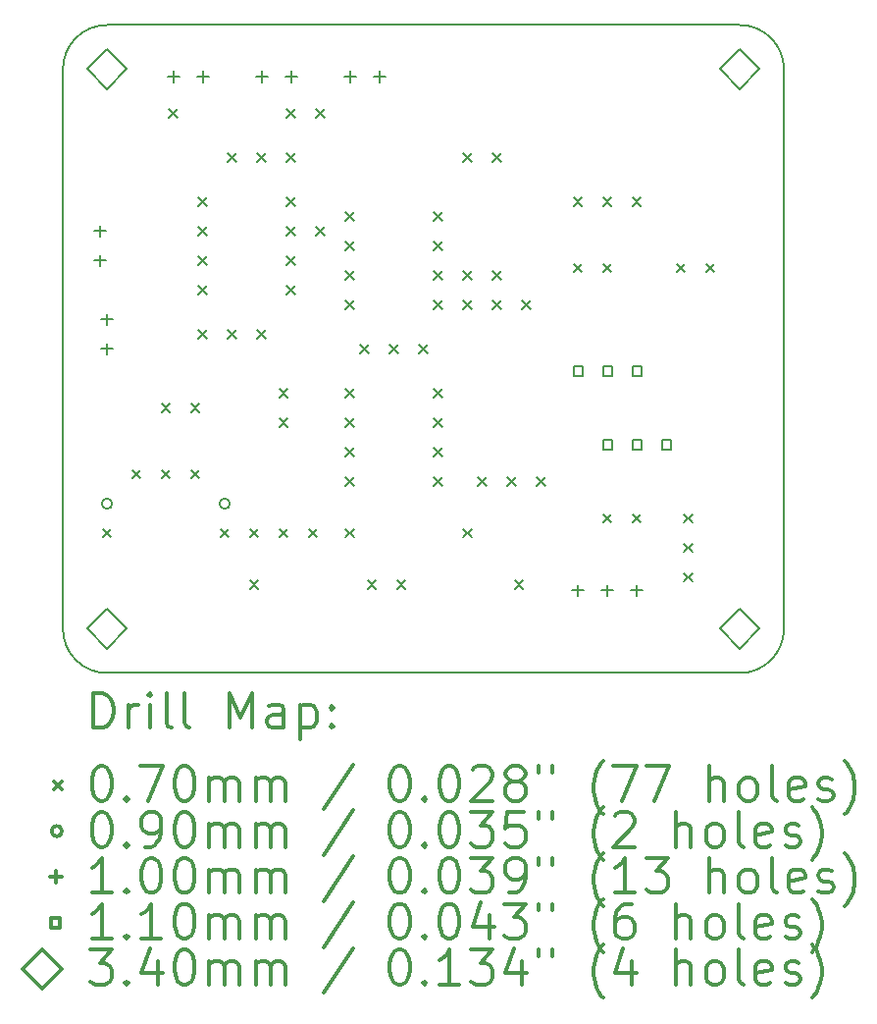
<source format=gbr>
%FSLAX45Y45*%
G04 Gerber Fmt 4.5, Leading zero omitted, Abs format (unit mm)*
G04 Created by KiCad (PCBNEW 4.0.1-stable) date 04/27/17 14:33:27*
%MOMM*%
G01*
G04 APERTURE LIST*
%ADD10C,0.127000*%
%ADD11C,0.150000*%
%ADD12C,0.200000*%
%ADD13C,0.300000*%
G04 APERTURE END LIST*
D10*
D11*
X20066000Y-11049000D02*
G75*
G03X20447000Y-10668000I0J381000D01*
G01*
X20447000Y-5842000D02*
G75*
G03X20066000Y-5461000I-381000J0D01*
G01*
X14605000Y-5461000D02*
G75*
G03X14224000Y-5842000I0J-381000D01*
G01*
X14224000Y-10668000D02*
G75*
G03X14605000Y-11049000I381000J0D01*
G01*
X14224000Y-5842000D02*
X14224000Y-10668000D01*
X20447000Y-10668000D02*
X20447000Y-5842000D01*
X20066000Y-11049000D02*
X14605000Y-11049000D01*
X20066000Y-5461000D02*
X14605000Y-5461000D01*
D12*
X14570000Y-9807500D02*
X14640000Y-9877500D01*
X14640000Y-9807500D02*
X14570000Y-9877500D01*
X14824000Y-9299500D02*
X14894000Y-9369500D01*
X14894000Y-9299500D02*
X14824000Y-9369500D01*
X15078000Y-8728000D02*
X15148000Y-8798000D01*
X15148000Y-8728000D02*
X15078000Y-8798000D01*
X15078000Y-9299500D02*
X15148000Y-9369500D01*
X15148000Y-9299500D02*
X15078000Y-9369500D01*
X15141500Y-6188000D02*
X15211500Y-6258000D01*
X15211500Y-6188000D02*
X15141500Y-6258000D01*
X15332000Y-8728000D02*
X15402000Y-8798000D01*
X15402000Y-8728000D02*
X15332000Y-8798000D01*
X15332000Y-9299500D02*
X15402000Y-9369500D01*
X15402000Y-9299500D02*
X15332000Y-9369500D01*
X15395500Y-6950000D02*
X15465500Y-7020000D01*
X15465500Y-6950000D02*
X15395500Y-7020000D01*
X15395500Y-7204000D02*
X15465500Y-7274000D01*
X15465500Y-7204000D02*
X15395500Y-7274000D01*
X15395500Y-7458000D02*
X15465500Y-7528000D01*
X15465500Y-7458000D02*
X15395500Y-7528000D01*
X15395500Y-7712000D02*
X15465500Y-7782000D01*
X15465500Y-7712000D02*
X15395500Y-7782000D01*
X15395500Y-8093000D02*
X15465500Y-8163000D01*
X15465500Y-8093000D02*
X15395500Y-8163000D01*
X15586000Y-9807500D02*
X15656000Y-9877500D01*
X15656000Y-9807500D02*
X15586000Y-9877500D01*
X15649500Y-6569000D02*
X15719500Y-6639000D01*
X15719500Y-6569000D02*
X15649500Y-6639000D01*
X15649500Y-8093000D02*
X15719500Y-8163000D01*
X15719500Y-8093000D02*
X15649500Y-8163000D01*
X15840000Y-9807500D02*
X15910000Y-9877500D01*
X15910000Y-9807500D02*
X15840000Y-9877500D01*
X15840052Y-10251746D02*
X15910052Y-10321746D01*
X15910052Y-10251746D02*
X15840052Y-10321746D01*
X15903500Y-6569000D02*
X15973500Y-6639000D01*
X15973500Y-6569000D02*
X15903500Y-6639000D01*
X15903500Y-8093000D02*
X15973500Y-8163000D01*
X15973500Y-8093000D02*
X15903500Y-8163000D01*
X16094000Y-8601000D02*
X16164000Y-8671000D01*
X16164000Y-8601000D02*
X16094000Y-8671000D01*
X16094000Y-8855000D02*
X16164000Y-8925000D01*
X16164000Y-8855000D02*
X16094000Y-8925000D01*
X16094000Y-9807500D02*
X16164000Y-9877500D01*
X16164000Y-9807500D02*
X16094000Y-9877500D01*
X16157500Y-6188000D02*
X16227500Y-6258000D01*
X16227500Y-6188000D02*
X16157500Y-6258000D01*
X16157500Y-6569000D02*
X16227500Y-6639000D01*
X16227500Y-6569000D02*
X16157500Y-6639000D01*
X16157500Y-6950000D02*
X16227500Y-7020000D01*
X16227500Y-6950000D02*
X16157500Y-7020000D01*
X16157500Y-7204000D02*
X16227500Y-7274000D01*
X16227500Y-7204000D02*
X16157500Y-7274000D01*
X16157500Y-7458000D02*
X16227500Y-7528000D01*
X16227500Y-7458000D02*
X16157500Y-7528000D01*
X16157500Y-7712000D02*
X16227500Y-7782000D01*
X16227500Y-7712000D02*
X16157500Y-7782000D01*
X16348000Y-9807500D02*
X16418000Y-9877500D01*
X16418000Y-9807500D02*
X16348000Y-9877500D01*
X16411500Y-6188000D02*
X16481500Y-6258000D01*
X16481500Y-6188000D02*
X16411500Y-6258000D01*
X16411500Y-7204000D02*
X16481500Y-7274000D01*
X16481500Y-7204000D02*
X16411500Y-7274000D01*
X16665500Y-7077000D02*
X16735500Y-7147000D01*
X16735500Y-7077000D02*
X16665500Y-7147000D01*
X16665500Y-7331000D02*
X16735500Y-7401000D01*
X16735500Y-7331000D02*
X16665500Y-7401000D01*
X16665500Y-7585000D02*
X16735500Y-7655000D01*
X16735500Y-7585000D02*
X16665500Y-7655000D01*
X16665500Y-7839000D02*
X16735500Y-7909000D01*
X16735500Y-7839000D02*
X16665500Y-7909000D01*
X16665500Y-8601000D02*
X16735500Y-8671000D01*
X16735500Y-8601000D02*
X16665500Y-8671000D01*
X16665500Y-8855000D02*
X16735500Y-8925000D01*
X16735500Y-8855000D02*
X16665500Y-8925000D01*
X16665500Y-9109000D02*
X16735500Y-9179000D01*
X16735500Y-9109000D02*
X16665500Y-9179000D01*
X16665500Y-9363000D02*
X16735500Y-9433000D01*
X16735500Y-9363000D02*
X16665500Y-9433000D01*
X16665500Y-9807500D02*
X16735500Y-9877500D01*
X16735500Y-9807500D02*
X16665500Y-9877500D01*
X16792500Y-8220000D02*
X16862500Y-8290000D01*
X16862500Y-8220000D02*
X16792500Y-8290000D01*
X16856000Y-10252000D02*
X16926000Y-10322000D01*
X16926000Y-10252000D02*
X16856000Y-10322000D01*
X17046500Y-8220000D02*
X17116500Y-8290000D01*
X17116500Y-8220000D02*
X17046500Y-8290000D01*
X17110052Y-10251746D02*
X17180052Y-10321746D01*
X17180052Y-10251746D02*
X17110052Y-10321746D01*
X17300500Y-8220000D02*
X17370500Y-8290000D01*
X17370500Y-8220000D02*
X17300500Y-8290000D01*
X17427500Y-7077000D02*
X17497500Y-7147000D01*
X17497500Y-7077000D02*
X17427500Y-7147000D01*
X17427500Y-7331000D02*
X17497500Y-7401000D01*
X17497500Y-7331000D02*
X17427500Y-7401000D01*
X17427500Y-7585000D02*
X17497500Y-7655000D01*
X17497500Y-7585000D02*
X17427500Y-7655000D01*
X17427500Y-7839000D02*
X17497500Y-7909000D01*
X17497500Y-7839000D02*
X17427500Y-7909000D01*
X17427500Y-8601000D02*
X17497500Y-8671000D01*
X17497500Y-8601000D02*
X17427500Y-8671000D01*
X17427500Y-8855000D02*
X17497500Y-8925000D01*
X17497500Y-8855000D02*
X17427500Y-8925000D01*
X17427500Y-9109000D02*
X17497500Y-9179000D01*
X17497500Y-9109000D02*
X17427500Y-9179000D01*
X17427500Y-9363000D02*
X17497500Y-9433000D01*
X17497500Y-9363000D02*
X17427500Y-9433000D01*
X17681500Y-6569000D02*
X17751500Y-6639000D01*
X17751500Y-6569000D02*
X17681500Y-6639000D01*
X17681500Y-7585000D02*
X17751500Y-7655000D01*
X17751500Y-7585000D02*
X17681500Y-7655000D01*
X17681500Y-7839000D02*
X17751500Y-7909000D01*
X17751500Y-7839000D02*
X17681500Y-7909000D01*
X17681500Y-9807500D02*
X17751500Y-9877500D01*
X17751500Y-9807500D02*
X17681500Y-9877500D01*
X17808500Y-9363000D02*
X17878500Y-9433000D01*
X17878500Y-9363000D02*
X17808500Y-9433000D01*
X17935500Y-6569000D02*
X18005500Y-6639000D01*
X18005500Y-6569000D02*
X17935500Y-6639000D01*
X17935500Y-7585000D02*
X18005500Y-7655000D01*
X18005500Y-7585000D02*
X17935500Y-7655000D01*
X17935500Y-7839000D02*
X18005500Y-7909000D01*
X18005500Y-7839000D02*
X17935500Y-7909000D01*
X18062500Y-9363000D02*
X18132500Y-9433000D01*
X18132500Y-9363000D02*
X18062500Y-9433000D01*
X18126000Y-10252000D02*
X18196000Y-10322000D01*
X18196000Y-10252000D02*
X18126000Y-10322000D01*
X18189500Y-7839000D02*
X18259500Y-7909000D01*
X18259500Y-7839000D02*
X18189500Y-7909000D01*
X18316500Y-9363000D02*
X18386500Y-9433000D01*
X18386500Y-9363000D02*
X18316500Y-9433000D01*
X18634000Y-6950000D02*
X18704000Y-7020000D01*
X18704000Y-6950000D02*
X18634000Y-7020000D01*
X18634000Y-7521500D02*
X18704000Y-7591500D01*
X18704000Y-7521500D02*
X18634000Y-7591500D01*
X18888000Y-6950000D02*
X18958000Y-7020000D01*
X18958000Y-6950000D02*
X18888000Y-7020000D01*
X18888000Y-7521500D02*
X18958000Y-7591500D01*
X18958000Y-7521500D02*
X18888000Y-7591500D01*
X18888000Y-9680500D02*
X18958000Y-9750500D01*
X18958000Y-9680500D02*
X18888000Y-9750500D01*
X19142000Y-6950000D02*
X19212000Y-7020000D01*
X19212000Y-6950000D02*
X19142000Y-7020000D01*
X19142000Y-9680500D02*
X19212000Y-9750500D01*
X19212000Y-9680500D02*
X19142000Y-9750500D01*
X19523000Y-7521500D02*
X19593000Y-7591500D01*
X19593000Y-7521500D02*
X19523000Y-7591500D01*
X19586500Y-9680500D02*
X19656500Y-9750500D01*
X19656500Y-9680500D02*
X19586500Y-9750500D01*
X19586500Y-9934500D02*
X19656500Y-10004500D01*
X19656500Y-9934500D02*
X19586500Y-10004500D01*
X19586500Y-10188500D02*
X19656500Y-10258500D01*
X19656500Y-10188500D02*
X19586500Y-10258500D01*
X19777000Y-7521500D02*
X19847000Y-7591500D01*
X19847000Y-7521500D02*
X19777000Y-7591500D01*
X14650000Y-9588500D02*
G75*
G03X14650000Y-9588500I-45000J0D01*
G01*
X15665948Y-9588754D02*
G75*
G03X15665948Y-9588754I-45000J0D01*
G01*
X14541500Y-7189000D02*
X14541500Y-7289000D01*
X14491500Y-7239000D02*
X14591500Y-7239000D01*
X14541500Y-7443000D02*
X14541500Y-7543000D01*
X14491500Y-7493000D02*
X14591500Y-7493000D01*
X14605000Y-7951000D02*
X14605000Y-8051000D01*
X14555000Y-8001000D02*
X14655000Y-8001000D01*
X14605000Y-8205000D02*
X14605000Y-8305000D01*
X14555000Y-8255000D02*
X14655000Y-8255000D01*
X15176500Y-5855500D02*
X15176500Y-5955500D01*
X15126500Y-5905500D02*
X15226500Y-5905500D01*
X15430500Y-5855500D02*
X15430500Y-5955500D01*
X15380500Y-5905500D02*
X15480500Y-5905500D01*
X15938500Y-5855500D02*
X15938500Y-5955500D01*
X15888500Y-5905500D02*
X15988500Y-5905500D01*
X16192500Y-5855500D02*
X16192500Y-5955500D01*
X16142500Y-5905500D02*
X16242500Y-5905500D01*
X16700500Y-5855500D02*
X16700500Y-5955500D01*
X16650500Y-5905500D02*
X16750500Y-5905500D01*
X16954500Y-5855500D02*
X16954500Y-5955500D01*
X16904500Y-5905500D02*
X17004500Y-5905500D01*
X18669000Y-10287800D02*
X18669000Y-10387800D01*
X18619000Y-10337800D02*
X18719000Y-10337800D01*
X18923000Y-10287800D02*
X18923000Y-10387800D01*
X18873000Y-10337800D02*
X18973000Y-10337800D01*
X19177000Y-10287800D02*
X19177000Y-10387800D01*
X19127000Y-10337800D02*
X19227000Y-10337800D01*
X18707891Y-8484391D02*
X18707891Y-8406609D01*
X18630109Y-8406609D01*
X18630109Y-8484391D01*
X18707891Y-8484391D01*
X18961891Y-8484391D02*
X18961891Y-8406609D01*
X18884109Y-8406609D01*
X18884109Y-8484391D01*
X18961891Y-8484391D01*
X18961891Y-9119391D02*
X18961891Y-9041609D01*
X18884109Y-9041609D01*
X18884109Y-9119391D01*
X18961891Y-9119391D01*
X19215891Y-8484391D02*
X19215891Y-8406609D01*
X19138109Y-8406609D01*
X19138109Y-8484391D01*
X19215891Y-8484391D01*
X19215891Y-9119391D02*
X19215891Y-9041609D01*
X19138109Y-9041609D01*
X19138109Y-9119391D01*
X19215891Y-9119391D01*
X19469891Y-9119391D02*
X19469891Y-9041609D01*
X19392109Y-9041609D01*
X19392109Y-9119391D01*
X19469891Y-9119391D01*
X14605000Y-6012000D02*
X14775000Y-5842000D01*
X14605000Y-5672000D01*
X14435000Y-5842000D01*
X14605000Y-6012000D01*
X14605000Y-10838000D02*
X14775000Y-10668000D01*
X14605000Y-10498000D01*
X14435000Y-10668000D01*
X14605000Y-10838000D01*
X20066000Y-6012000D02*
X20236000Y-5842000D01*
X20066000Y-5672000D01*
X19896000Y-5842000D01*
X20066000Y-6012000D01*
X20066000Y-10838000D02*
X20236000Y-10668000D01*
X20066000Y-10498000D01*
X19896000Y-10668000D01*
X20066000Y-10838000D01*
D13*
X14487928Y-11522214D02*
X14487928Y-11222214D01*
X14559357Y-11222214D01*
X14602214Y-11236500D01*
X14630786Y-11265071D01*
X14645071Y-11293643D01*
X14659357Y-11350786D01*
X14659357Y-11393643D01*
X14645071Y-11450786D01*
X14630786Y-11479357D01*
X14602214Y-11507929D01*
X14559357Y-11522214D01*
X14487928Y-11522214D01*
X14787928Y-11522214D02*
X14787928Y-11322214D01*
X14787928Y-11379357D02*
X14802214Y-11350786D01*
X14816500Y-11336500D01*
X14845071Y-11322214D01*
X14873643Y-11322214D01*
X14973643Y-11522214D02*
X14973643Y-11322214D01*
X14973643Y-11222214D02*
X14959357Y-11236500D01*
X14973643Y-11250786D01*
X14987928Y-11236500D01*
X14973643Y-11222214D01*
X14973643Y-11250786D01*
X15159357Y-11522214D02*
X15130786Y-11507929D01*
X15116500Y-11479357D01*
X15116500Y-11222214D01*
X15316500Y-11522214D02*
X15287928Y-11507929D01*
X15273643Y-11479357D01*
X15273643Y-11222214D01*
X15659357Y-11522214D02*
X15659357Y-11222214D01*
X15759357Y-11436500D01*
X15859357Y-11222214D01*
X15859357Y-11522214D01*
X16130786Y-11522214D02*
X16130786Y-11365071D01*
X16116500Y-11336500D01*
X16087928Y-11322214D01*
X16030786Y-11322214D01*
X16002214Y-11336500D01*
X16130786Y-11507929D02*
X16102214Y-11522214D01*
X16030786Y-11522214D01*
X16002214Y-11507929D01*
X15987928Y-11479357D01*
X15987928Y-11450786D01*
X16002214Y-11422214D01*
X16030786Y-11407929D01*
X16102214Y-11407929D01*
X16130786Y-11393643D01*
X16273643Y-11322214D02*
X16273643Y-11622214D01*
X16273643Y-11336500D02*
X16302214Y-11322214D01*
X16359357Y-11322214D01*
X16387928Y-11336500D01*
X16402214Y-11350786D01*
X16416500Y-11379357D01*
X16416500Y-11465071D01*
X16402214Y-11493643D01*
X16387928Y-11507929D01*
X16359357Y-11522214D01*
X16302214Y-11522214D01*
X16273643Y-11507929D01*
X16545071Y-11493643D02*
X16559357Y-11507929D01*
X16545071Y-11522214D01*
X16530786Y-11507929D01*
X16545071Y-11493643D01*
X16545071Y-11522214D01*
X16545071Y-11336500D02*
X16559357Y-11350786D01*
X16545071Y-11365071D01*
X16530786Y-11350786D01*
X16545071Y-11336500D01*
X16545071Y-11365071D01*
X14146500Y-11981500D02*
X14216500Y-12051500D01*
X14216500Y-11981500D02*
X14146500Y-12051500D01*
X14545071Y-11852214D02*
X14573643Y-11852214D01*
X14602214Y-11866500D01*
X14616500Y-11880786D01*
X14630786Y-11909357D01*
X14645071Y-11966500D01*
X14645071Y-12037929D01*
X14630786Y-12095071D01*
X14616500Y-12123643D01*
X14602214Y-12137929D01*
X14573643Y-12152214D01*
X14545071Y-12152214D01*
X14516500Y-12137929D01*
X14502214Y-12123643D01*
X14487928Y-12095071D01*
X14473643Y-12037929D01*
X14473643Y-11966500D01*
X14487928Y-11909357D01*
X14502214Y-11880786D01*
X14516500Y-11866500D01*
X14545071Y-11852214D01*
X14773643Y-12123643D02*
X14787928Y-12137929D01*
X14773643Y-12152214D01*
X14759357Y-12137929D01*
X14773643Y-12123643D01*
X14773643Y-12152214D01*
X14887928Y-11852214D02*
X15087928Y-11852214D01*
X14959357Y-12152214D01*
X15259357Y-11852214D02*
X15287928Y-11852214D01*
X15316500Y-11866500D01*
X15330786Y-11880786D01*
X15345071Y-11909357D01*
X15359357Y-11966500D01*
X15359357Y-12037929D01*
X15345071Y-12095071D01*
X15330786Y-12123643D01*
X15316500Y-12137929D01*
X15287928Y-12152214D01*
X15259357Y-12152214D01*
X15230786Y-12137929D01*
X15216500Y-12123643D01*
X15202214Y-12095071D01*
X15187928Y-12037929D01*
X15187928Y-11966500D01*
X15202214Y-11909357D01*
X15216500Y-11880786D01*
X15230786Y-11866500D01*
X15259357Y-11852214D01*
X15487928Y-12152214D02*
X15487928Y-11952214D01*
X15487928Y-11980786D02*
X15502214Y-11966500D01*
X15530786Y-11952214D01*
X15573643Y-11952214D01*
X15602214Y-11966500D01*
X15616500Y-11995071D01*
X15616500Y-12152214D01*
X15616500Y-11995071D02*
X15630786Y-11966500D01*
X15659357Y-11952214D01*
X15702214Y-11952214D01*
X15730786Y-11966500D01*
X15745071Y-11995071D01*
X15745071Y-12152214D01*
X15887928Y-12152214D02*
X15887928Y-11952214D01*
X15887928Y-11980786D02*
X15902214Y-11966500D01*
X15930786Y-11952214D01*
X15973643Y-11952214D01*
X16002214Y-11966500D01*
X16016500Y-11995071D01*
X16016500Y-12152214D01*
X16016500Y-11995071D02*
X16030786Y-11966500D01*
X16059357Y-11952214D01*
X16102214Y-11952214D01*
X16130786Y-11966500D01*
X16145071Y-11995071D01*
X16145071Y-12152214D01*
X16730786Y-11837929D02*
X16473643Y-12223643D01*
X17116500Y-11852214D02*
X17145071Y-11852214D01*
X17173643Y-11866500D01*
X17187928Y-11880786D01*
X17202214Y-11909357D01*
X17216500Y-11966500D01*
X17216500Y-12037929D01*
X17202214Y-12095071D01*
X17187928Y-12123643D01*
X17173643Y-12137929D01*
X17145071Y-12152214D01*
X17116500Y-12152214D01*
X17087928Y-12137929D01*
X17073643Y-12123643D01*
X17059357Y-12095071D01*
X17045071Y-12037929D01*
X17045071Y-11966500D01*
X17059357Y-11909357D01*
X17073643Y-11880786D01*
X17087928Y-11866500D01*
X17116500Y-11852214D01*
X17345071Y-12123643D02*
X17359357Y-12137929D01*
X17345071Y-12152214D01*
X17330786Y-12137929D01*
X17345071Y-12123643D01*
X17345071Y-12152214D01*
X17545071Y-11852214D02*
X17573643Y-11852214D01*
X17602214Y-11866500D01*
X17616500Y-11880786D01*
X17630786Y-11909357D01*
X17645071Y-11966500D01*
X17645071Y-12037929D01*
X17630786Y-12095071D01*
X17616500Y-12123643D01*
X17602214Y-12137929D01*
X17573643Y-12152214D01*
X17545071Y-12152214D01*
X17516500Y-12137929D01*
X17502214Y-12123643D01*
X17487928Y-12095071D01*
X17473643Y-12037929D01*
X17473643Y-11966500D01*
X17487928Y-11909357D01*
X17502214Y-11880786D01*
X17516500Y-11866500D01*
X17545071Y-11852214D01*
X17759357Y-11880786D02*
X17773643Y-11866500D01*
X17802214Y-11852214D01*
X17873643Y-11852214D01*
X17902214Y-11866500D01*
X17916500Y-11880786D01*
X17930786Y-11909357D01*
X17930786Y-11937929D01*
X17916500Y-11980786D01*
X17745071Y-12152214D01*
X17930786Y-12152214D01*
X18102214Y-11980786D02*
X18073643Y-11966500D01*
X18059357Y-11952214D01*
X18045071Y-11923643D01*
X18045071Y-11909357D01*
X18059357Y-11880786D01*
X18073643Y-11866500D01*
X18102214Y-11852214D01*
X18159357Y-11852214D01*
X18187928Y-11866500D01*
X18202214Y-11880786D01*
X18216500Y-11909357D01*
X18216500Y-11923643D01*
X18202214Y-11952214D01*
X18187928Y-11966500D01*
X18159357Y-11980786D01*
X18102214Y-11980786D01*
X18073643Y-11995071D01*
X18059357Y-12009357D01*
X18045071Y-12037929D01*
X18045071Y-12095071D01*
X18059357Y-12123643D01*
X18073643Y-12137929D01*
X18102214Y-12152214D01*
X18159357Y-12152214D01*
X18187928Y-12137929D01*
X18202214Y-12123643D01*
X18216500Y-12095071D01*
X18216500Y-12037929D01*
X18202214Y-12009357D01*
X18187928Y-11995071D01*
X18159357Y-11980786D01*
X18330786Y-11852214D02*
X18330786Y-11909357D01*
X18445071Y-11852214D02*
X18445071Y-11909357D01*
X18887928Y-12266500D02*
X18873643Y-12252214D01*
X18845071Y-12209357D01*
X18830786Y-12180786D01*
X18816500Y-12137929D01*
X18802214Y-12066500D01*
X18802214Y-12009357D01*
X18816500Y-11937929D01*
X18830786Y-11895071D01*
X18845071Y-11866500D01*
X18873643Y-11823643D01*
X18887928Y-11809357D01*
X18973643Y-11852214D02*
X19173643Y-11852214D01*
X19045071Y-12152214D01*
X19259357Y-11852214D02*
X19459357Y-11852214D01*
X19330786Y-12152214D01*
X19802214Y-12152214D02*
X19802214Y-11852214D01*
X19930786Y-12152214D02*
X19930786Y-11995071D01*
X19916500Y-11966500D01*
X19887928Y-11952214D01*
X19845071Y-11952214D01*
X19816500Y-11966500D01*
X19802214Y-11980786D01*
X20116500Y-12152214D02*
X20087928Y-12137929D01*
X20073643Y-12123643D01*
X20059357Y-12095071D01*
X20059357Y-12009357D01*
X20073643Y-11980786D01*
X20087928Y-11966500D01*
X20116500Y-11952214D01*
X20159357Y-11952214D01*
X20187928Y-11966500D01*
X20202214Y-11980786D01*
X20216500Y-12009357D01*
X20216500Y-12095071D01*
X20202214Y-12123643D01*
X20187928Y-12137929D01*
X20159357Y-12152214D01*
X20116500Y-12152214D01*
X20387928Y-12152214D02*
X20359357Y-12137929D01*
X20345071Y-12109357D01*
X20345071Y-11852214D01*
X20616500Y-12137929D02*
X20587929Y-12152214D01*
X20530786Y-12152214D01*
X20502214Y-12137929D01*
X20487929Y-12109357D01*
X20487929Y-11995071D01*
X20502214Y-11966500D01*
X20530786Y-11952214D01*
X20587929Y-11952214D01*
X20616500Y-11966500D01*
X20630786Y-11995071D01*
X20630786Y-12023643D01*
X20487929Y-12052214D01*
X20745071Y-12137929D02*
X20773643Y-12152214D01*
X20830786Y-12152214D01*
X20859357Y-12137929D01*
X20873643Y-12109357D01*
X20873643Y-12095071D01*
X20859357Y-12066500D01*
X20830786Y-12052214D01*
X20787929Y-12052214D01*
X20759357Y-12037929D01*
X20745071Y-12009357D01*
X20745071Y-11995071D01*
X20759357Y-11966500D01*
X20787929Y-11952214D01*
X20830786Y-11952214D01*
X20859357Y-11966500D01*
X20973643Y-12266500D02*
X20987929Y-12252214D01*
X21016500Y-12209357D01*
X21030786Y-12180786D01*
X21045071Y-12137929D01*
X21059357Y-12066500D01*
X21059357Y-12009357D01*
X21045071Y-11937929D01*
X21030786Y-11895071D01*
X21016500Y-11866500D01*
X20987929Y-11823643D01*
X20973643Y-11809357D01*
X14216500Y-12412500D02*
G75*
G03X14216500Y-12412500I-45000J0D01*
G01*
X14545071Y-12248214D02*
X14573643Y-12248214D01*
X14602214Y-12262500D01*
X14616500Y-12276786D01*
X14630786Y-12305357D01*
X14645071Y-12362500D01*
X14645071Y-12433929D01*
X14630786Y-12491071D01*
X14616500Y-12519643D01*
X14602214Y-12533929D01*
X14573643Y-12548214D01*
X14545071Y-12548214D01*
X14516500Y-12533929D01*
X14502214Y-12519643D01*
X14487928Y-12491071D01*
X14473643Y-12433929D01*
X14473643Y-12362500D01*
X14487928Y-12305357D01*
X14502214Y-12276786D01*
X14516500Y-12262500D01*
X14545071Y-12248214D01*
X14773643Y-12519643D02*
X14787928Y-12533929D01*
X14773643Y-12548214D01*
X14759357Y-12533929D01*
X14773643Y-12519643D01*
X14773643Y-12548214D01*
X14930786Y-12548214D02*
X14987928Y-12548214D01*
X15016500Y-12533929D01*
X15030786Y-12519643D01*
X15059357Y-12476786D01*
X15073643Y-12419643D01*
X15073643Y-12305357D01*
X15059357Y-12276786D01*
X15045071Y-12262500D01*
X15016500Y-12248214D01*
X14959357Y-12248214D01*
X14930786Y-12262500D01*
X14916500Y-12276786D01*
X14902214Y-12305357D01*
X14902214Y-12376786D01*
X14916500Y-12405357D01*
X14930786Y-12419643D01*
X14959357Y-12433929D01*
X15016500Y-12433929D01*
X15045071Y-12419643D01*
X15059357Y-12405357D01*
X15073643Y-12376786D01*
X15259357Y-12248214D02*
X15287928Y-12248214D01*
X15316500Y-12262500D01*
X15330786Y-12276786D01*
X15345071Y-12305357D01*
X15359357Y-12362500D01*
X15359357Y-12433929D01*
X15345071Y-12491071D01*
X15330786Y-12519643D01*
X15316500Y-12533929D01*
X15287928Y-12548214D01*
X15259357Y-12548214D01*
X15230786Y-12533929D01*
X15216500Y-12519643D01*
X15202214Y-12491071D01*
X15187928Y-12433929D01*
X15187928Y-12362500D01*
X15202214Y-12305357D01*
X15216500Y-12276786D01*
X15230786Y-12262500D01*
X15259357Y-12248214D01*
X15487928Y-12548214D02*
X15487928Y-12348214D01*
X15487928Y-12376786D02*
X15502214Y-12362500D01*
X15530786Y-12348214D01*
X15573643Y-12348214D01*
X15602214Y-12362500D01*
X15616500Y-12391071D01*
X15616500Y-12548214D01*
X15616500Y-12391071D02*
X15630786Y-12362500D01*
X15659357Y-12348214D01*
X15702214Y-12348214D01*
X15730786Y-12362500D01*
X15745071Y-12391071D01*
X15745071Y-12548214D01*
X15887928Y-12548214D02*
X15887928Y-12348214D01*
X15887928Y-12376786D02*
X15902214Y-12362500D01*
X15930786Y-12348214D01*
X15973643Y-12348214D01*
X16002214Y-12362500D01*
X16016500Y-12391071D01*
X16016500Y-12548214D01*
X16016500Y-12391071D02*
X16030786Y-12362500D01*
X16059357Y-12348214D01*
X16102214Y-12348214D01*
X16130786Y-12362500D01*
X16145071Y-12391071D01*
X16145071Y-12548214D01*
X16730786Y-12233929D02*
X16473643Y-12619643D01*
X17116500Y-12248214D02*
X17145071Y-12248214D01*
X17173643Y-12262500D01*
X17187928Y-12276786D01*
X17202214Y-12305357D01*
X17216500Y-12362500D01*
X17216500Y-12433929D01*
X17202214Y-12491071D01*
X17187928Y-12519643D01*
X17173643Y-12533929D01*
X17145071Y-12548214D01*
X17116500Y-12548214D01*
X17087928Y-12533929D01*
X17073643Y-12519643D01*
X17059357Y-12491071D01*
X17045071Y-12433929D01*
X17045071Y-12362500D01*
X17059357Y-12305357D01*
X17073643Y-12276786D01*
X17087928Y-12262500D01*
X17116500Y-12248214D01*
X17345071Y-12519643D02*
X17359357Y-12533929D01*
X17345071Y-12548214D01*
X17330786Y-12533929D01*
X17345071Y-12519643D01*
X17345071Y-12548214D01*
X17545071Y-12248214D02*
X17573643Y-12248214D01*
X17602214Y-12262500D01*
X17616500Y-12276786D01*
X17630786Y-12305357D01*
X17645071Y-12362500D01*
X17645071Y-12433929D01*
X17630786Y-12491071D01*
X17616500Y-12519643D01*
X17602214Y-12533929D01*
X17573643Y-12548214D01*
X17545071Y-12548214D01*
X17516500Y-12533929D01*
X17502214Y-12519643D01*
X17487928Y-12491071D01*
X17473643Y-12433929D01*
X17473643Y-12362500D01*
X17487928Y-12305357D01*
X17502214Y-12276786D01*
X17516500Y-12262500D01*
X17545071Y-12248214D01*
X17745071Y-12248214D02*
X17930786Y-12248214D01*
X17830786Y-12362500D01*
X17873643Y-12362500D01*
X17902214Y-12376786D01*
X17916500Y-12391071D01*
X17930786Y-12419643D01*
X17930786Y-12491071D01*
X17916500Y-12519643D01*
X17902214Y-12533929D01*
X17873643Y-12548214D01*
X17787928Y-12548214D01*
X17759357Y-12533929D01*
X17745071Y-12519643D01*
X18202214Y-12248214D02*
X18059357Y-12248214D01*
X18045071Y-12391071D01*
X18059357Y-12376786D01*
X18087928Y-12362500D01*
X18159357Y-12362500D01*
X18187928Y-12376786D01*
X18202214Y-12391071D01*
X18216500Y-12419643D01*
X18216500Y-12491071D01*
X18202214Y-12519643D01*
X18187928Y-12533929D01*
X18159357Y-12548214D01*
X18087928Y-12548214D01*
X18059357Y-12533929D01*
X18045071Y-12519643D01*
X18330786Y-12248214D02*
X18330786Y-12305357D01*
X18445071Y-12248214D02*
X18445071Y-12305357D01*
X18887928Y-12662500D02*
X18873643Y-12648214D01*
X18845071Y-12605357D01*
X18830786Y-12576786D01*
X18816500Y-12533929D01*
X18802214Y-12462500D01*
X18802214Y-12405357D01*
X18816500Y-12333929D01*
X18830786Y-12291071D01*
X18845071Y-12262500D01*
X18873643Y-12219643D01*
X18887928Y-12205357D01*
X18987928Y-12276786D02*
X19002214Y-12262500D01*
X19030786Y-12248214D01*
X19102214Y-12248214D01*
X19130786Y-12262500D01*
X19145071Y-12276786D01*
X19159357Y-12305357D01*
X19159357Y-12333929D01*
X19145071Y-12376786D01*
X18973643Y-12548214D01*
X19159357Y-12548214D01*
X19516500Y-12548214D02*
X19516500Y-12248214D01*
X19645071Y-12548214D02*
X19645071Y-12391071D01*
X19630786Y-12362500D01*
X19602214Y-12348214D01*
X19559357Y-12348214D01*
X19530786Y-12362500D01*
X19516500Y-12376786D01*
X19830786Y-12548214D02*
X19802214Y-12533929D01*
X19787928Y-12519643D01*
X19773643Y-12491071D01*
X19773643Y-12405357D01*
X19787928Y-12376786D01*
X19802214Y-12362500D01*
X19830786Y-12348214D01*
X19873643Y-12348214D01*
X19902214Y-12362500D01*
X19916500Y-12376786D01*
X19930786Y-12405357D01*
X19930786Y-12491071D01*
X19916500Y-12519643D01*
X19902214Y-12533929D01*
X19873643Y-12548214D01*
X19830786Y-12548214D01*
X20102214Y-12548214D02*
X20073643Y-12533929D01*
X20059357Y-12505357D01*
X20059357Y-12248214D01*
X20330786Y-12533929D02*
X20302214Y-12548214D01*
X20245071Y-12548214D01*
X20216500Y-12533929D01*
X20202214Y-12505357D01*
X20202214Y-12391071D01*
X20216500Y-12362500D01*
X20245071Y-12348214D01*
X20302214Y-12348214D01*
X20330786Y-12362500D01*
X20345071Y-12391071D01*
X20345071Y-12419643D01*
X20202214Y-12448214D01*
X20459357Y-12533929D02*
X20487929Y-12548214D01*
X20545071Y-12548214D01*
X20573643Y-12533929D01*
X20587929Y-12505357D01*
X20587929Y-12491071D01*
X20573643Y-12462500D01*
X20545071Y-12448214D01*
X20502214Y-12448214D01*
X20473643Y-12433929D01*
X20459357Y-12405357D01*
X20459357Y-12391071D01*
X20473643Y-12362500D01*
X20502214Y-12348214D01*
X20545071Y-12348214D01*
X20573643Y-12362500D01*
X20687928Y-12662500D02*
X20702214Y-12648214D01*
X20730786Y-12605357D01*
X20745071Y-12576786D01*
X20759357Y-12533929D01*
X20773643Y-12462500D01*
X20773643Y-12405357D01*
X20759357Y-12333929D01*
X20745071Y-12291071D01*
X20730786Y-12262500D01*
X20702214Y-12219643D01*
X20687928Y-12205357D01*
X14166500Y-12758500D02*
X14166500Y-12858500D01*
X14116500Y-12808500D02*
X14216500Y-12808500D01*
X14645071Y-12944214D02*
X14473643Y-12944214D01*
X14559357Y-12944214D02*
X14559357Y-12644214D01*
X14530786Y-12687071D01*
X14502214Y-12715643D01*
X14473643Y-12729929D01*
X14773643Y-12915643D02*
X14787928Y-12929929D01*
X14773643Y-12944214D01*
X14759357Y-12929929D01*
X14773643Y-12915643D01*
X14773643Y-12944214D01*
X14973643Y-12644214D02*
X15002214Y-12644214D01*
X15030786Y-12658500D01*
X15045071Y-12672786D01*
X15059357Y-12701357D01*
X15073643Y-12758500D01*
X15073643Y-12829929D01*
X15059357Y-12887071D01*
X15045071Y-12915643D01*
X15030786Y-12929929D01*
X15002214Y-12944214D01*
X14973643Y-12944214D01*
X14945071Y-12929929D01*
X14930786Y-12915643D01*
X14916500Y-12887071D01*
X14902214Y-12829929D01*
X14902214Y-12758500D01*
X14916500Y-12701357D01*
X14930786Y-12672786D01*
X14945071Y-12658500D01*
X14973643Y-12644214D01*
X15259357Y-12644214D02*
X15287928Y-12644214D01*
X15316500Y-12658500D01*
X15330786Y-12672786D01*
X15345071Y-12701357D01*
X15359357Y-12758500D01*
X15359357Y-12829929D01*
X15345071Y-12887071D01*
X15330786Y-12915643D01*
X15316500Y-12929929D01*
X15287928Y-12944214D01*
X15259357Y-12944214D01*
X15230786Y-12929929D01*
X15216500Y-12915643D01*
X15202214Y-12887071D01*
X15187928Y-12829929D01*
X15187928Y-12758500D01*
X15202214Y-12701357D01*
X15216500Y-12672786D01*
X15230786Y-12658500D01*
X15259357Y-12644214D01*
X15487928Y-12944214D02*
X15487928Y-12744214D01*
X15487928Y-12772786D02*
X15502214Y-12758500D01*
X15530786Y-12744214D01*
X15573643Y-12744214D01*
X15602214Y-12758500D01*
X15616500Y-12787071D01*
X15616500Y-12944214D01*
X15616500Y-12787071D02*
X15630786Y-12758500D01*
X15659357Y-12744214D01*
X15702214Y-12744214D01*
X15730786Y-12758500D01*
X15745071Y-12787071D01*
X15745071Y-12944214D01*
X15887928Y-12944214D02*
X15887928Y-12744214D01*
X15887928Y-12772786D02*
X15902214Y-12758500D01*
X15930786Y-12744214D01*
X15973643Y-12744214D01*
X16002214Y-12758500D01*
X16016500Y-12787071D01*
X16016500Y-12944214D01*
X16016500Y-12787071D02*
X16030786Y-12758500D01*
X16059357Y-12744214D01*
X16102214Y-12744214D01*
X16130786Y-12758500D01*
X16145071Y-12787071D01*
X16145071Y-12944214D01*
X16730786Y-12629929D02*
X16473643Y-13015643D01*
X17116500Y-12644214D02*
X17145071Y-12644214D01*
X17173643Y-12658500D01*
X17187928Y-12672786D01*
X17202214Y-12701357D01*
X17216500Y-12758500D01*
X17216500Y-12829929D01*
X17202214Y-12887071D01*
X17187928Y-12915643D01*
X17173643Y-12929929D01*
X17145071Y-12944214D01*
X17116500Y-12944214D01*
X17087928Y-12929929D01*
X17073643Y-12915643D01*
X17059357Y-12887071D01*
X17045071Y-12829929D01*
X17045071Y-12758500D01*
X17059357Y-12701357D01*
X17073643Y-12672786D01*
X17087928Y-12658500D01*
X17116500Y-12644214D01*
X17345071Y-12915643D02*
X17359357Y-12929929D01*
X17345071Y-12944214D01*
X17330786Y-12929929D01*
X17345071Y-12915643D01*
X17345071Y-12944214D01*
X17545071Y-12644214D02*
X17573643Y-12644214D01*
X17602214Y-12658500D01*
X17616500Y-12672786D01*
X17630786Y-12701357D01*
X17645071Y-12758500D01*
X17645071Y-12829929D01*
X17630786Y-12887071D01*
X17616500Y-12915643D01*
X17602214Y-12929929D01*
X17573643Y-12944214D01*
X17545071Y-12944214D01*
X17516500Y-12929929D01*
X17502214Y-12915643D01*
X17487928Y-12887071D01*
X17473643Y-12829929D01*
X17473643Y-12758500D01*
X17487928Y-12701357D01*
X17502214Y-12672786D01*
X17516500Y-12658500D01*
X17545071Y-12644214D01*
X17745071Y-12644214D02*
X17930786Y-12644214D01*
X17830786Y-12758500D01*
X17873643Y-12758500D01*
X17902214Y-12772786D01*
X17916500Y-12787071D01*
X17930786Y-12815643D01*
X17930786Y-12887071D01*
X17916500Y-12915643D01*
X17902214Y-12929929D01*
X17873643Y-12944214D01*
X17787928Y-12944214D01*
X17759357Y-12929929D01*
X17745071Y-12915643D01*
X18073643Y-12944214D02*
X18130786Y-12944214D01*
X18159357Y-12929929D01*
X18173643Y-12915643D01*
X18202214Y-12872786D01*
X18216500Y-12815643D01*
X18216500Y-12701357D01*
X18202214Y-12672786D01*
X18187928Y-12658500D01*
X18159357Y-12644214D01*
X18102214Y-12644214D01*
X18073643Y-12658500D01*
X18059357Y-12672786D01*
X18045071Y-12701357D01*
X18045071Y-12772786D01*
X18059357Y-12801357D01*
X18073643Y-12815643D01*
X18102214Y-12829929D01*
X18159357Y-12829929D01*
X18187928Y-12815643D01*
X18202214Y-12801357D01*
X18216500Y-12772786D01*
X18330786Y-12644214D02*
X18330786Y-12701357D01*
X18445071Y-12644214D02*
X18445071Y-12701357D01*
X18887928Y-13058500D02*
X18873643Y-13044214D01*
X18845071Y-13001357D01*
X18830786Y-12972786D01*
X18816500Y-12929929D01*
X18802214Y-12858500D01*
X18802214Y-12801357D01*
X18816500Y-12729929D01*
X18830786Y-12687071D01*
X18845071Y-12658500D01*
X18873643Y-12615643D01*
X18887928Y-12601357D01*
X19159357Y-12944214D02*
X18987928Y-12944214D01*
X19073643Y-12944214D02*
X19073643Y-12644214D01*
X19045071Y-12687071D01*
X19016500Y-12715643D01*
X18987928Y-12729929D01*
X19259357Y-12644214D02*
X19445071Y-12644214D01*
X19345071Y-12758500D01*
X19387928Y-12758500D01*
X19416500Y-12772786D01*
X19430786Y-12787071D01*
X19445071Y-12815643D01*
X19445071Y-12887071D01*
X19430786Y-12915643D01*
X19416500Y-12929929D01*
X19387928Y-12944214D01*
X19302214Y-12944214D01*
X19273643Y-12929929D01*
X19259357Y-12915643D01*
X19802214Y-12944214D02*
X19802214Y-12644214D01*
X19930786Y-12944214D02*
X19930786Y-12787071D01*
X19916500Y-12758500D01*
X19887928Y-12744214D01*
X19845071Y-12744214D01*
X19816500Y-12758500D01*
X19802214Y-12772786D01*
X20116500Y-12944214D02*
X20087928Y-12929929D01*
X20073643Y-12915643D01*
X20059357Y-12887071D01*
X20059357Y-12801357D01*
X20073643Y-12772786D01*
X20087928Y-12758500D01*
X20116500Y-12744214D01*
X20159357Y-12744214D01*
X20187928Y-12758500D01*
X20202214Y-12772786D01*
X20216500Y-12801357D01*
X20216500Y-12887071D01*
X20202214Y-12915643D01*
X20187928Y-12929929D01*
X20159357Y-12944214D01*
X20116500Y-12944214D01*
X20387928Y-12944214D02*
X20359357Y-12929929D01*
X20345071Y-12901357D01*
X20345071Y-12644214D01*
X20616500Y-12929929D02*
X20587929Y-12944214D01*
X20530786Y-12944214D01*
X20502214Y-12929929D01*
X20487929Y-12901357D01*
X20487929Y-12787071D01*
X20502214Y-12758500D01*
X20530786Y-12744214D01*
X20587929Y-12744214D01*
X20616500Y-12758500D01*
X20630786Y-12787071D01*
X20630786Y-12815643D01*
X20487929Y-12844214D01*
X20745071Y-12929929D02*
X20773643Y-12944214D01*
X20830786Y-12944214D01*
X20859357Y-12929929D01*
X20873643Y-12901357D01*
X20873643Y-12887071D01*
X20859357Y-12858500D01*
X20830786Y-12844214D01*
X20787929Y-12844214D01*
X20759357Y-12829929D01*
X20745071Y-12801357D01*
X20745071Y-12787071D01*
X20759357Y-12758500D01*
X20787929Y-12744214D01*
X20830786Y-12744214D01*
X20859357Y-12758500D01*
X20973643Y-13058500D02*
X20987929Y-13044214D01*
X21016500Y-13001357D01*
X21030786Y-12972786D01*
X21045071Y-12929929D01*
X21059357Y-12858500D01*
X21059357Y-12801357D01*
X21045071Y-12729929D01*
X21030786Y-12687071D01*
X21016500Y-12658500D01*
X20987929Y-12615643D01*
X20973643Y-12601357D01*
X14200391Y-13243391D02*
X14200391Y-13165609D01*
X14122609Y-13165609D01*
X14122609Y-13243391D01*
X14200391Y-13243391D01*
X14645071Y-13340214D02*
X14473643Y-13340214D01*
X14559357Y-13340214D02*
X14559357Y-13040214D01*
X14530786Y-13083071D01*
X14502214Y-13111643D01*
X14473643Y-13125929D01*
X14773643Y-13311643D02*
X14787928Y-13325929D01*
X14773643Y-13340214D01*
X14759357Y-13325929D01*
X14773643Y-13311643D01*
X14773643Y-13340214D01*
X15073643Y-13340214D02*
X14902214Y-13340214D01*
X14987928Y-13340214D02*
X14987928Y-13040214D01*
X14959357Y-13083071D01*
X14930786Y-13111643D01*
X14902214Y-13125929D01*
X15259357Y-13040214D02*
X15287928Y-13040214D01*
X15316500Y-13054500D01*
X15330786Y-13068786D01*
X15345071Y-13097357D01*
X15359357Y-13154500D01*
X15359357Y-13225929D01*
X15345071Y-13283071D01*
X15330786Y-13311643D01*
X15316500Y-13325929D01*
X15287928Y-13340214D01*
X15259357Y-13340214D01*
X15230786Y-13325929D01*
X15216500Y-13311643D01*
X15202214Y-13283071D01*
X15187928Y-13225929D01*
X15187928Y-13154500D01*
X15202214Y-13097357D01*
X15216500Y-13068786D01*
X15230786Y-13054500D01*
X15259357Y-13040214D01*
X15487928Y-13340214D02*
X15487928Y-13140214D01*
X15487928Y-13168786D02*
X15502214Y-13154500D01*
X15530786Y-13140214D01*
X15573643Y-13140214D01*
X15602214Y-13154500D01*
X15616500Y-13183071D01*
X15616500Y-13340214D01*
X15616500Y-13183071D02*
X15630786Y-13154500D01*
X15659357Y-13140214D01*
X15702214Y-13140214D01*
X15730786Y-13154500D01*
X15745071Y-13183071D01*
X15745071Y-13340214D01*
X15887928Y-13340214D02*
X15887928Y-13140214D01*
X15887928Y-13168786D02*
X15902214Y-13154500D01*
X15930786Y-13140214D01*
X15973643Y-13140214D01*
X16002214Y-13154500D01*
X16016500Y-13183071D01*
X16016500Y-13340214D01*
X16016500Y-13183071D02*
X16030786Y-13154500D01*
X16059357Y-13140214D01*
X16102214Y-13140214D01*
X16130786Y-13154500D01*
X16145071Y-13183071D01*
X16145071Y-13340214D01*
X16730786Y-13025929D02*
X16473643Y-13411643D01*
X17116500Y-13040214D02*
X17145071Y-13040214D01*
X17173643Y-13054500D01*
X17187928Y-13068786D01*
X17202214Y-13097357D01*
X17216500Y-13154500D01*
X17216500Y-13225929D01*
X17202214Y-13283071D01*
X17187928Y-13311643D01*
X17173643Y-13325929D01*
X17145071Y-13340214D01*
X17116500Y-13340214D01*
X17087928Y-13325929D01*
X17073643Y-13311643D01*
X17059357Y-13283071D01*
X17045071Y-13225929D01*
X17045071Y-13154500D01*
X17059357Y-13097357D01*
X17073643Y-13068786D01*
X17087928Y-13054500D01*
X17116500Y-13040214D01*
X17345071Y-13311643D02*
X17359357Y-13325929D01*
X17345071Y-13340214D01*
X17330786Y-13325929D01*
X17345071Y-13311643D01*
X17345071Y-13340214D01*
X17545071Y-13040214D02*
X17573643Y-13040214D01*
X17602214Y-13054500D01*
X17616500Y-13068786D01*
X17630786Y-13097357D01*
X17645071Y-13154500D01*
X17645071Y-13225929D01*
X17630786Y-13283071D01*
X17616500Y-13311643D01*
X17602214Y-13325929D01*
X17573643Y-13340214D01*
X17545071Y-13340214D01*
X17516500Y-13325929D01*
X17502214Y-13311643D01*
X17487928Y-13283071D01*
X17473643Y-13225929D01*
X17473643Y-13154500D01*
X17487928Y-13097357D01*
X17502214Y-13068786D01*
X17516500Y-13054500D01*
X17545071Y-13040214D01*
X17902214Y-13140214D02*
X17902214Y-13340214D01*
X17830786Y-13025929D02*
X17759357Y-13240214D01*
X17945071Y-13240214D01*
X18030786Y-13040214D02*
X18216500Y-13040214D01*
X18116500Y-13154500D01*
X18159357Y-13154500D01*
X18187928Y-13168786D01*
X18202214Y-13183071D01*
X18216500Y-13211643D01*
X18216500Y-13283071D01*
X18202214Y-13311643D01*
X18187928Y-13325929D01*
X18159357Y-13340214D01*
X18073643Y-13340214D01*
X18045071Y-13325929D01*
X18030786Y-13311643D01*
X18330786Y-13040214D02*
X18330786Y-13097357D01*
X18445071Y-13040214D02*
X18445071Y-13097357D01*
X18887928Y-13454500D02*
X18873643Y-13440214D01*
X18845071Y-13397357D01*
X18830786Y-13368786D01*
X18816500Y-13325929D01*
X18802214Y-13254500D01*
X18802214Y-13197357D01*
X18816500Y-13125929D01*
X18830786Y-13083071D01*
X18845071Y-13054500D01*
X18873643Y-13011643D01*
X18887928Y-12997357D01*
X19130786Y-13040214D02*
X19073643Y-13040214D01*
X19045071Y-13054500D01*
X19030786Y-13068786D01*
X19002214Y-13111643D01*
X18987928Y-13168786D01*
X18987928Y-13283071D01*
X19002214Y-13311643D01*
X19016500Y-13325929D01*
X19045071Y-13340214D01*
X19102214Y-13340214D01*
X19130786Y-13325929D01*
X19145071Y-13311643D01*
X19159357Y-13283071D01*
X19159357Y-13211643D01*
X19145071Y-13183071D01*
X19130786Y-13168786D01*
X19102214Y-13154500D01*
X19045071Y-13154500D01*
X19016500Y-13168786D01*
X19002214Y-13183071D01*
X18987928Y-13211643D01*
X19516500Y-13340214D02*
X19516500Y-13040214D01*
X19645071Y-13340214D02*
X19645071Y-13183071D01*
X19630786Y-13154500D01*
X19602214Y-13140214D01*
X19559357Y-13140214D01*
X19530786Y-13154500D01*
X19516500Y-13168786D01*
X19830786Y-13340214D02*
X19802214Y-13325929D01*
X19787928Y-13311643D01*
X19773643Y-13283071D01*
X19773643Y-13197357D01*
X19787928Y-13168786D01*
X19802214Y-13154500D01*
X19830786Y-13140214D01*
X19873643Y-13140214D01*
X19902214Y-13154500D01*
X19916500Y-13168786D01*
X19930786Y-13197357D01*
X19930786Y-13283071D01*
X19916500Y-13311643D01*
X19902214Y-13325929D01*
X19873643Y-13340214D01*
X19830786Y-13340214D01*
X20102214Y-13340214D02*
X20073643Y-13325929D01*
X20059357Y-13297357D01*
X20059357Y-13040214D01*
X20330786Y-13325929D02*
X20302214Y-13340214D01*
X20245071Y-13340214D01*
X20216500Y-13325929D01*
X20202214Y-13297357D01*
X20202214Y-13183071D01*
X20216500Y-13154500D01*
X20245071Y-13140214D01*
X20302214Y-13140214D01*
X20330786Y-13154500D01*
X20345071Y-13183071D01*
X20345071Y-13211643D01*
X20202214Y-13240214D01*
X20459357Y-13325929D02*
X20487929Y-13340214D01*
X20545071Y-13340214D01*
X20573643Y-13325929D01*
X20587929Y-13297357D01*
X20587929Y-13283071D01*
X20573643Y-13254500D01*
X20545071Y-13240214D01*
X20502214Y-13240214D01*
X20473643Y-13225929D01*
X20459357Y-13197357D01*
X20459357Y-13183071D01*
X20473643Y-13154500D01*
X20502214Y-13140214D01*
X20545071Y-13140214D01*
X20573643Y-13154500D01*
X20687928Y-13454500D02*
X20702214Y-13440214D01*
X20730786Y-13397357D01*
X20745071Y-13368786D01*
X20759357Y-13325929D01*
X20773643Y-13254500D01*
X20773643Y-13197357D01*
X20759357Y-13125929D01*
X20745071Y-13083071D01*
X20730786Y-13054500D01*
X20702214Y-13011643D01*
X20687928Y-12997357D01*
X14046500Y-13770500D02*
X14216500Y-13600500D01*
X14046500Y-13430500D01*
X13876500Y-13600500D01*
X14046500Y-13770500D01*
X14459357Y-13436214D02*
X14645071Y-13436214D01*
X14545071Y-13550500D01*
X14587928Y-13550500D01*
X14616500Y-13564786D01*
X14630786Y-13579071D01*
X14645071Y-13607643D01*
X14645071Y-13679071D01*
X14630786Y-13707643D01*
X14616500Y-13721929D01*
X14587928Y-13736214D01*
X14502214Y-13736214D01*
X14473643Y-13721929D01*
X14459357Y-13707643D01*
X14773643Y-13707643D02*
X14787928Y-13721929D01*
X14773643Y-13736214D01*
X14759357Y-13721929D01*
X14773643Y-13707643D01*
X14773643Y-13736214D01*
X15045071Y-13536214D02*
X15045071Y-13736214D01*
X14973643Y-13421929D02*
X14902214Y-13636214D01*
X15087928Y-13636214D01*
X15259357Y-13436214D02*
X15287928Y-13436214D01*
X15316500Y-13450500D01*
X15330786Y-13464786D01*
X15345071Y-13493357D01*
X15359357Y-13550500D01*
X15359357Y-13621929D01*
X15345071Y-13679071D01*
X15330786Y-13707643D01*
X15316500Y-13721929D01*
X15287928Y-13736214D01*
X15259357Y-13736214D01*
X15230786Y-13721929D01*
X15216500Y-13707643D01*
X15202214Y-13679071D01*
X15187928Y-13621929D01*
X15187928Y-13550500D01*
X15202214Y-13493357D01*
X15216500Y-13464786D01*
X15230786Y-13450500D01*
X15259357Y-13436214D01*
X15487928Y-13736214D02*
X15487928Y-13536214D01*
X15487928Y-13564786D02*
X15502214Y-13550500D01*
X15530786Y-13536214D01*
X15573643Y-13536214D01*
X15602214Y-13550500D01*
X15616500Y-13579071D01*
X15616500Y-13736214D01*
X15616500Y-13579071D02*
X15630786Y-13550500D01*
X15659357Y-13536214D01*
X15702214Y-13536214D01*
X15730786Y-13550500D01*
X15745071Y-13579071D01*
X15745071Y-13736214D01*
X15887928Y-13736214D02*
X15887928Y-13536214D01*
X15887928Y-13564786D02*
X15902214Y-13550500D01*
X15930786Y-13536214D01*
X15973643Y-13536214D01*
X16002214Y-13550500D01*
X16016500Y-13579071D01*
X16016500Y-13736214D01*
X16016500Y-13579071D02*
X16030786Y-13550500D01*
X16059357Y-13536214D01*
X16102214Y-13536214D01*
X16130786Y-13550500D01*
X16145071Y-13579071D01*
X16145071Y-13736214D01*
X16730786Y-13421929D02*
X16473643Y-13807643D01*
X17116500Y-13436214D02*
X17145071Y-13436214D01*
X17173643Y-13450500D01*
X17187928Y-13464786D01*
X17202214Y-13493357D01*
X17216500Y-13550500D01*
X17216500Y-13621929D01*
X17202214Y-13679071D01*
X17187928Y-13707643D01*
X17173643Y-13721929D01*
X17145071Y-13736214D01*
X17116500Y-13736214D01*
X17087928Y-13721929D01*
X17073643Y-13707643D01*
X17059357Y-13679071D01*
X17045071Y-13621929D01*
X17045071Y-13550500D01*
X17059357Y-13493357D01*
X17073643Y-13464786D01*
X17087928Y-13450500D01*
X17116500Y-13436214D01*
X17345071Y-13707643D02*
X17359357Y-13721929D01*
X17345071Y-13736214D01*
X17330786Y-13721929D01*
X17345071Y-13707643D01*
X17345071Y-13736214D01*
X17645071Y-13736214D02*
X17473643Y-13736214D01*
X17559357Y-13736214D02*
X17559357Y-13436214D01*
X17530786Y-13479071D01*
X17502214Y-13507643D01*
X17473643Y-13521929D01*
X17745071Y-13436214D02*
X17930786Y-13436214D01*
X17830786Y-13550500D01*
X17873643Y-13550500D01*
X17902214Y-13564786D01*
X17916500Y-13579071D01*
X17930786Y-13607643D01*
X17930786Y-13679071D01*
X17916500Y-13707643D01*
X17902214Y-13721929D01*
X17873643Y-13736214D01*
X17787928Y-13736214D01*
X17759357Y-13721929D01*
X17745071Y-13707643D01*
X18187928Y-13536214D02*
X18187928Y-13736214D01*
X18116500Y-13421929D02*
X18045071Y-13636214D01*
X18230786Y-13636214D01*
X18330786Y-13436214D02*
X18330786Y-13493357D01*
X18445071Y-13436214D02*
X18445071Y-13493357D01*
X18887928Y-13850500D02*
X18873643Y-13836214D01*
X18845071Y-13793357D01*
X18830786Y-13764786D01*
X18816500Y-13721929D01*
X18802214Y-13650500D01*
X18802214Y-13593357D01*
X18816500Y-13521929D01*
X18830786Y-13479071D01*
X18845071Y-13450500D01*
X18873643Y-13407643D01*
X18887928Y-13393357D01*
X19130786Y-13536214D02*
X19130786Y-13736214D01*
X19059357Y-13421929D02*
X18987928Y-13636214D01*
X19173643Y-13636214D01*
X19516500Y-13736214D02*
X19516500Y-13436214D01*
X19645071Y-13736214D02*
X19645071Y-13579071D01*
X19630786Y-13550500D01*
X19602214Y-13536214D01*
X19559357Y-13536214D01*
X19530786Y-13550500D01*
X19516500Y-13564786D01*
X19830786Y-13736214D02*
X19802214Y-13721929D01*
X19787928Y-13707643D01*
X19773643Y-13679071D01*
X19773643Y-13593357D01*
X19787928Y-13564786D01*
X19802214Y-13550500D01*
X19830786Y-13536214D01*
X19873643Y-13536214D01*
X19902214Y-13550500D01*
X19916500Y-13564786D01*
X19930786Y-13593357D01*
X19930786Y-13679071D01*
X19916500Y-13707643D01*
X19902214Y-13721929D01*
X19873643Y-13736214D01*
X19830786Y-13736214D01*
X20102214Y-13736214D02*
X20073643Y-13721929D01*
X20059357Y-13693357D01*
X20059357Y-13436214D01*
X20330786Y-13721929D02*
X20302214Y-13736214D01*
X20245071Y-13736214D01*
X20216500Y-13721929D01*
X20202214Y-13693357D01*
X20202214Y-13579071D01*
X20216500Y-13550500D01*
X20245071Y-13536214D01*
X20302214Y-13536214D01*
X20330786Y-13550500D01*
X20345071Y-13579071D01*
X20345071Y-13607643D01*
X20202214Y-13636214D01*
X20459357Y-13721929D02*
X20487929Y-13736214D01*
X20545071Y-13736214D01*
X20573643Y-13721929D01*
X20587929Y-13693357D01*
X20587929Y-13679071D01*
X20573643Y-13650500D01*
X20545071Y-13636214D01*
X20502214Y-13636214D01*
X20473643Y-13621929D01*
X20459357Y-13593357D01*
X20459357Y-13579071D01*
X20473643Y-13550500D01*
X20502214Y-13536214D01*
X20545071Y-13536214D01*
X20573643Y-13550500D01*
X20687928Y-13850500D02*
X20702214Y-13836214D01*
X20730786Y-13793357D01*
X20745071Y-13764786D01*
X20759357Y-13721929D01*
X20773643Y-13650500D01*
X20773643Y-13593357D01*
X20759357Y-13521929D01*
X20745071Y-13479071D01*
X20730786Y-13450500D01*
X20702214Y-13407643D01*
X20687928Y-13393357D01*
M02*

</source>
